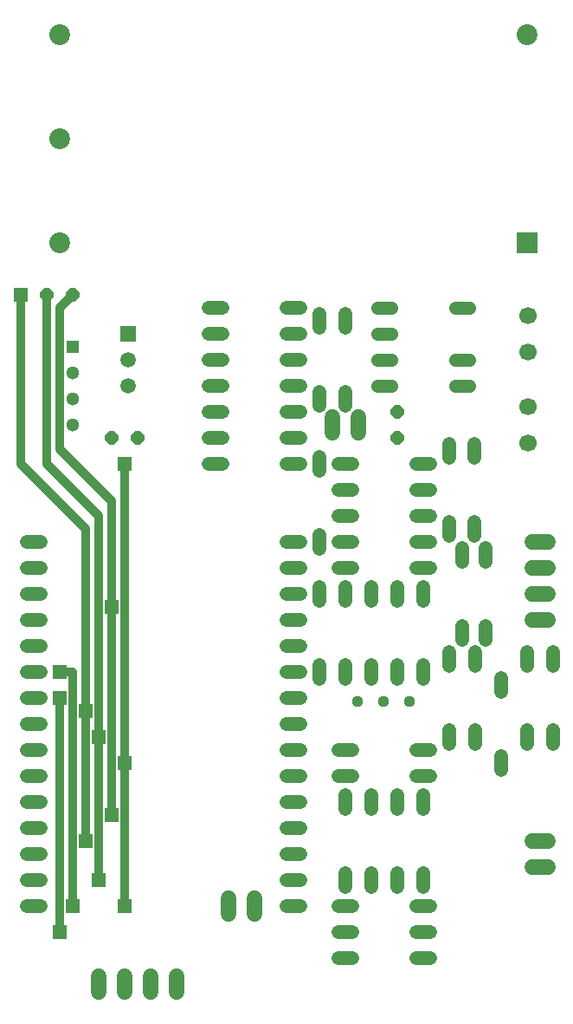
<source format=gbr>
G04 EAGLE Gerber RS-274X export*
G75*
%MOMM*%
%FSLAX34Y34*%
%LPD*%
%INTop Copper*%
%IPPOS*%
%AMOC8*
5,1,8,0,0,1.08239X$1,22.5*%
G01*
%ADD10P,1.420962X8X202.500000*%
%ADD11C,1.312800*%
%ADD12C,1.300000*%
%ADD13R,2.030000X2.030000*%
%ADD14C,2.030000*%
%ADD15R,1.500000X1.500000*%
%ADD16C,1.500000*%
%ADD17C,1.109600*%
%ADD18R,1.300000X1.300000*%
%ADD19C,1.300000*%
%ADD20C,1.524000*%
%ADD21C,1.700000*%
%ADD22P,1.420962X8X112.500000*%
%ADD23R,1.412800X1.412800*%
%ADD24C,0.812800*%


D10*
X63500Y698500D03*
X38100Y698500D03*
X127000Y558800D03*
X101600Y558800D03*
D11*
X533400Y273264D02*
X533400Y260136D01*
X533400Y336336D02*
X533400Y349464D01*
X508000Y349464D02*
X508000Y336336D01*
X508000Y273264D02*
X508000Y260136D01*
X412964Y431800D02*
X399836Y431800D01*
X336764Y431800D02*
X323636Y431800D01*
X444500Y437936D02*
X444500Y451064D01*
X444500Y374864D02*
X444500Y361736D01*
X455930Y539536D02*
X455930Y552664D01*
X455930Y476464D02*
X455930Y463336D01*
X467360Y451064D02*
X467360Y437936D01*
X467360Y374864D02*
X467360Y361736D01*
X330200Y336764D02*
X330200Y323636D01*
X355600Y323636D02*
X355600Y336764D01*
X355600Y399836D02*
X355600Y412964D01*
X330200Y412964D02*
X330200Y399836D01*
X381000Y336764D02*
X381000Y323636D01*
X406400Y323636D02*
X406400Y336764D01*
X381000Y399836D02*
X381000Y412964D01*
X406400Y412964D02*
X406400Y399836D01*
X330200Y133564D02*
X330200Y120436D01*
X355600Y120436D02*
X355600Y133564D01*
X355600Y196636D02*
X355600Y209764D01*
X330200Y209764D02*
X330200Y196636D01*
X381000Y133564D02*
X381000Y120436D01*
X406400Y120436D02*
X406400Y133564D01*
X381000Y196636D02*
X381000Y209764D01*
X406400Y209764D02*
X406400Y196636D01*
X285964Y533400D02*
X272836Y533400D01*
X272836Y558800D02*
X285964Y558800D01*
X285964Y685800D02*
X272836Y685800D01*
X209764Y685800D02*
X196636Y685800D01*
X272836Y584200D02*
X285964Y584200D01*
X285964Y609600D02*
X272836Y609600D01*
X272836Y660400D02*
X285964Y660400D01*
X285964Y635000D02*
X272836Y635000D01*
X209764Y660400D02*
X196636Y660400D01*
X196636Y635000D02*
X209764Y635000D01*
X209764Y609600D02*
X196636Y609600D01*
X196636Y584200D02*
X209764Y584200D01*
X209764Y558800D02*
X196636Y558800D01*
X196636Y533400D02*
X209764Y533400D01*
D12*
X361800Y685800D02*
X374800Y685800D01*
X374800Y660400D02*
X361800Y660400D01*
X361800Y635000D02*
X374800Y635000D01*
X374800Y609600D02*
X361800Y609600D01*
X438000Y609600D02*
X451000Y609600D01*
X451000Y635000D02*
X438000Y635000D01*
X438000Y685800D02*
X451000Y685800D01*
D13*
X508000Y748900D03*
D14*
X508000Y952100D03*
X50800Y850500D03*
X50800Y748900D03*
X50800Y952100D03*
D15*
X117200Y660400D03*
D16*
X117200Y635000D03*
X117200Y609600D03*
D11*
X330200Y666536D02*
X330200Y679664D01*
X330200Y603464D02*
X330200Y590336D01*
X323636Y254000D02*
X336764Y254000D01*
X399836Y254000D02*
X412964Y254000D01*
X431800Y260136D02*
X431800Y273264D01*
X431800Y336336D02*
X431800Y349464D01*
X412964Y508000D02*
X399836Y508000D01*
X336764Y508000D02*
X323636Y508000D01*
X399836Y457200D02*
X412964Y457200D01*
X336764Y457200D02*
X323636Y457200D01*
X431800Y539536D02*
X431800Y552664D01*
X431800Y476464D02*
X431800Y463336D01*
X412964Y482600D02*
X399836Y482600D01*
X336764Y482600D02*
X323636Y482600D01*
X399836Y533400D02*
X412964Y533400D01*
X336764Y533400D02*
X323636Y533400D01*
X304800Y412964D02*
X304800Y399836D01*
X304800Y336764D02*
X304800Y323636D01*
D17*
X392430Y300990D03*
X367030Y300990D03*
X341630Y300990D03*
D11*
X482600Y247864D02*
X482600Y234736D01*
X482600Y310936D02*
X482600Y324064D01*
X412964Y50800D02*
X399836Y50800D01*
X336764Y50800D02*
X323636Y50800D01*
X323636Y76200D02*
X336764Y76200D01*
X399836Y76200D02*
X412964Y76200D01*
X336764Y101600D02*
X323636Y101600D01*
X399836Y101600D02*
X412964Y101600D01*
X412964Y228600D02*
X399836Y228600D01*
X336764Y228600D02*
X323636Y228600D01*
D18*
X63500Y647700D03*
D19*
X63500Y622300D03*
X63500Y596900D03*
X63500Y571500D03*
D11*
X31964Y457200D02*
X18836Y457200D01*
X18836Y431800D02*
X31964Y431800D01*
X31964Y406400D02*
X18836Y406400D01*
X18836Y381000D02*
X31964Y381000D01*
X31964Y355600D02*
X18836Y355600D01*
X18836Y330200D02*
X31964Y330200D01*
X31964Y304800D02*
X18836Y304800D01*
X18836Y279400D02*
X31964Y279400D01*
X31964Y254000D02*
X18836Y254000D01*
X18836Y228600D02*
X31964Y228600D01*
X31964Y203200D02*
X18836Y203200D01*
X18836Y177800D02*
X31964Y177800D01*
X31964Y152400D02*
X18836Y152400D01*
X18836Y127000D02*
X31964Y127000D01*
X31964Y101600D02*
X18836Y101600D01*
X272836Y101600D02*
X285964Y101600D01*
X285964Y127000D02*
X272836Y127000D01*
X272836Y152400D02*
X285964Y152400D01*
X285964Y177800D02*
X272836Y177800D01*
X272836Y203200D02*
X285964Y203200D01*
X285964Y228600D02*
X272836Y228600D01*
X272836Y254000D02*
X285964Y254000D01*
X285964Y279400D02*
X272836Y279400D01*
X272836Y304800D02*
X285964Y304800D01*
X285964Y330200D02*
X272836Y330200D01*
X272836Y355600D02*
X285964Y355600D01*
X285964Y381000D02*
X272836Y381000D01*
X272836Y406400D02*
X285964Y406400D01*
X285964Y431800D02*
X272836Y431800D01*
X272836Y457200D02*
X285964Y457200D01*
D20*
X513080Y165100D02*
X528320Y165100D01*
X528320Y139700D02*
X513080Y139700D01*
X513080Y431800D02*
X528320Y431800D01*
X528320Y406400D02*
X513080Y406400D01*
X513080Y381000D02*
X528320Y381000D01*
X528320Y457200D02*
X513080Y457200D01*
D21*
X509000Y642900D03*
X509000Y677900D03*
X509000Y554000D03*
X509000Y589000D03*
D20*
X342900Y579120D02*
X342900Y563880D01*
X317500Y563880D02*
X317500Y579120D01*
D11*
X304800Y590336D02*
X304800Y603464D01*
X304800Y666536D02*
X304800Y679664D01*
X304800Y539964D02*
X304800Y526836D01*
X304800Y463764D02*
X304800Y450636D01*
D22*
X381000Y558800D03*
X381000Y584200D03*
D20*
X241300Y109220D02*
X241300Y93980D01*
X215900Y93980D02*
X215900Y109220D01*
D11*
X457200Y336336D02*
X457200Y349464D01*
X457200Y273264D02*
X457200Y260136D01*
D20*
X139700Y33020D02*
X139700Y17780D01*
X114300Y17780D02*
X114300Y33020D01*
X88900Y33020D02*
X88900Y17780D01*
X165100Y17780D02*
X165100Y33020D01*
D23*
X88900Y127000D03*
D24*
X88900Y266700D01*
D23*
X88900Y266700D03*
D24*
X38100Y533400D02*
X38100Y698500D01*
X88900Y482600D02*
X88900Y266700D01*
X88900Y482600D02*
X38100Y533400D01*
D23*
X114300Y101600D03*
D24*
X114300Y241300D02*
X114300Y533400D01*
X114300Y241300D02*
X114300Y101600D01*
D23*
X114300Y241300D03*
X114300Y533400D03*
X101600Y190500D03*
D24*
X101600Y393700D01*
D23*
X101600Y393700D03*
D24*
X50800Y685800D02*
X63500Y698500D01*
X50800Y685800D02*
X50800Y547370D01*
X101600Y496570D01*
X101600Y393700D01*
D23*
X12700Y698500D03*
D24*
X76200Y292100D02*
X76200Y165100D01*
D23*
X76200Y292100D03*
X76200Y165100D03*
D24*
X76200Y292100D02*
X76200Y469702D01*
X12700Y533202D01*
X12700Y698500D01*
X63500Y330200D02*
X63500Y101600D01*
D23*
X63500Y101600D03*
D24*
X63500Y330200D02*
X50800Y330200D01*
D23*
X50800Y330200D03*
X50800Y304800D03*
D24*
X50800Y76200D01*
D23*
X50800Y76200D03*
M02*

</source>
